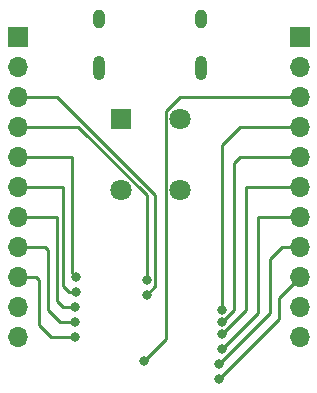
<source format=gbr>
%TF.GenerationSoftware,KiCad,Pcbnew,(6.0.7)*%
%TF.CreationDate,2022-09-27T17:11:20+08:00*%
%TF.ProjectId,51,35312e6b-6963-4616-945f-706362585858,rev?*%
%TF.SameCoordinates,Original*%
%TF.FileFunction,Copper,L2,Bot*%
%TF.FilePolarity,Positive*%
%FSLAX46Y46*%
G04 Gerber Fmt 4.6, Leading zero omitted, Abs format (unit mm)*
G04 Created by KiCad (PCBNEW (6.0.7)) date 2022-09-27 17:11:20*
%MOMM*%
%LPD*%
G01*
G04 APERTURE LIST*
%TA.AperFunction,ComponentPad*%
%ADD10O,1.000000X2.100000*%
%TD*%
%TA.AperFunction,ComponentPad*%
%ADD11O,1.000000X1.600000*%
%TD*%
%TA.AperFunction,ComponentPad*%
%ADD12R,1.800000X1.800000*%
%TD*%
%TA.AperFunction,ComponentPad*%
%ADD13C,1.800000*%
%TD*%
%TA.AperFunction,ComponentPad*%
%ADD14R,1.700000X1.700000*%
%TD*%
%TA.AperFunction,ComponentPad*%
%ADD15O,1.700000X1.700000*%
%TD*%
%TA.AperFunction,ViaPad*%
%ADD16C,0.800000*%
%TD*%
%TA.AperFunction,Conductor*%
%ADD17C,0.250000*%
%TD*%
G04 APERTURE END LIST*
D10*
%TO.P,J1,S1,SHIELD*%
%TO.N,GND*%
X91184000Y-38182000D03*
D11*
X91184000Y-34002000D03*
X99824000Y-34002000D03*
D10*
X99824000Y-38182000D03*
%TD*%
D12*
%TO.P,SW1,1,1*%
%TO.N,GND*%
X93081500Y-42543500D03*
D13*
%TO.P,SW1,2,2*%
%TO.N,GND1*%
X98081500Y-42543500D03*
%TO.P,SW1,3,3*%
%TO.N,+5V*%
X93081500Y-48543500D03*
%TO.P,SW1,4,4*%
%TO.N,VCC*%
X98081500Y-48543500D03*
%TD*%
D14*
%TO.P,J3,1,Pin_1*%
%TO.N,GND1*%
X108204000Y-35560000D03*
D15*
%TO.P,J3,2,Pin_2*%
%TO.N,VCC*%
X108204000Y-38100000D03*
%TO.P,J3,3,Pin_3*%
%TO.N,p5_5*%
X108204000Y-40640000D03*
%TO.P,J3,4,Pin_4*%
%TO.N,p3_7*%
X108204000Y-43180000D03*
%TO.P,J3,5,Pin_5*%
%TO.N,p3_6*%
X108204000Y-45720000D03*
%TO.P,J3,6,Pin_6*%
%TO.N,p3_3*%
X108204000Y-48260000D03*
%TO.P,J3,7,Pin_7*%
%TO.N,p3_2*%
X108204000Y-50800000D03*
%TO.P,J3,8,Pin_8*%
%TO.N,p3_1*%
X108204000Y-53340000D03*
%TO.P,J3,9,Pin_9*%
%TO.N,p3_0*%
X108204000Y-55880000D03*
%TO.P,J3,10,Pin_10*%
%TO.N,VCC*%
X108204000Y-58420000D03*
%TO.P,J3,11,Pin_11*%
%TO.N,GND1*%
X108204000Y-60960000D03*
%TD*%
D14*
%TO.P,J2,1,Pin_1*%
%TO.N,GND1*%
X84328000Y-35560000D03*
D15*
%TO.P,J2,2,Pin_2*%
%TO.N,VCC*%
X84328000Y-38100000D03*
%TO.P,J2,3,Pin_3*%
%TO.N,p1_0*%
X84328000Y-40640000D03*
%TO.P,J2,4,Pin_4*%
%TO.N,p1_1*%
X84328000Y-43180000D03*
%TO.P,J2,5,Pin_5*%
%TO.N,p1_2*%
X84328000Y-45720000D03*
%TO.P,J2,6,Pin_6*%
%TO.N,p1_3*%
X84328000Y-48260000D03*
%TO.P,J2,7,Pin_7*%
%TO.N,p1_4*%
X84328000Y-50800000D03*
%TO.P,J2,8,Pin_8*%
%TO.N,p1_5*%
X84328000Y-53340000D03*
%TO.P,J2,9,Pin_9*%
%TO.N,p5_4*%
X84328000Y-55880000D03*
%TO.P,J2,10,Pin_10*%
%TO.N,VCC*%
X84328000Y-58420000D03*
%TO.P,J2,11,Pin_11*%
%TO.N,GND1*%
X84328000Y-60960000D03*
%TD*%
D16*
%TO.N,p1_0*%
X95250000Y-57404000D03*
%TO.N,p1_1*%
X95250000Y-56134000D03*
%TO.N,p1_2*%
X89240500Y-55880000D03*
%TO.N,p1_3*%
X89240500Y-57150000D03*
%TO.N,p1_4*%
X89154000Y-58420000D03*
%TO.N,p1_5*%
X89154000Y-59690000D03*
%TO.N,p5_4*%
X89154000Y-60960000D03*
%TO.N,p5_5*%
X94996000Y-62992000D03*
%TO.N,p3_7*%
X101600000Y-58674000D03*
%TO.N,p3_6*%
X101600000Y-59690000D03*
%TO.N,p3_3*%
X101600000Y-60706000D03*
%TO.N,p3_2*%
X101600000Y-61976000D03*
%TO.N,p3_1*%
X101346000Y-63246000D03*
%TO.N,p3_0*%
X101346000Y-64516000D03*
%TD*%
D17*
%TO.N,p1_0*%
X95975000Y-56679000D02*
X95975000Y-48985000D01*
X95975000Y-48985000D02*
X87630000Y-40640000D01*
X87630000Y-40640000D02*
X84328000Y-40640000D01*
X95250000Y-57404000D02*
X95975000Y-56679000D01*
%TO.N,p1_1*%
X95250000Y-48979588D02*
X89450412Y-43180000D01*
X89450412Y-43180000D02*
X84328000Y-43180000D01*
X95250000Y-56134000D02*
X95250000Y-48979588D01*
%TO.N,p1_2*%
X88900000Y-45720000D02*
X84328000Y-45720000D01*
X89240500Y-55880000D02*
X88900000Y-55539500D01*
X88900000Y-55539500D02*
X88900000Y-45720000D01*
%TO.N,p1_3*%
X88646000Y-57150000D02*
X88138000Y-56642000D01*
X89240500Y-57150000D02*
X88646000Y-57150000D01*
X88138000Y-48260000D02*
X84328000Y-48260000D01*
X88138000Y-56642000D02*
X88138000Y-48260000D01*
%TO.N,p1_4*%
X89154000Y-58420000D02*
X88138000Y-58420000D01*
X87630000Y-57912000D02*
X87630000Y-50800000D01*
X88138000Y-58420000D02*
X87630000Y-57912000D01*
X87630000Y-50800000D02*
X84328000Y-50800000D01*
%TO.N,p1_5*%
X86868000Y-53594000D02*
X86614000Y-53340000D01*
X86868000Y-58674000D02*
X86868000Y-53594000D01*
X89154000Y-59690000D02*
X87884000Y-59690000D01*
X87884000Y-59690000D02*
X86868000Y-58674000D01*
X86614000Y-53340000D02*
X84328000Y-53340000D01*
%TO.N,p5_4*%
X86106000Y-59944000D02*
X86106000Y-56134000D01*
X85852000Y-55880000D02*
X84328000Y-55880000D01*
X87122000Y-60960000D02*
X86106000Y-59944000D01*
X86106000Y-56134000D02*
X85852000Y-55880000D01*
X89154000Y-60960000D02*
X87122000Y-60960000D01*
%TO.N,p5_5*%
X96856500Y-61131500D02*
X96856500Y-41827500D01*
X94996000Y-62992000D02*
X96856500Y-61131500D01*
X98044000Y-40640000D02*
X108204000Y-40640000D01*
X96856500Y-41827500D02*
X98044000Y-40640000D01*
%TO.N,p3_7*%
X103124000Y-43180000D02*
X108204000Y-43180000D01*
X101600000Y-44704000D02*
X103124000Y-43180000D01*
X101600000Y-58674000D02*
X101600000Y-44704000D01*
%TO.N,p3_6*%
X101600000Y-59690000D02*
X101609305Y-59690000D01*
X102616000Y-46228000D02*
X103124000Y-45720000D01*
X101609305Y-59690000D02*
X102616000Y-58683305D01*
X103124000Y-45720000D02*
X108204000Y-45720000D01*
X102616000Y-58683305D02*
X102616000Y-46228000D01*
%TO.N,p3_3*%
X101609305Y-60706000D02*
X103632000Y-58683305D01*
X103632000Y-48260000D02*
X108204000Y-48260000D01*
X101600000Y-60706000D02*
X101609305Y-60706000D01*
X103632000Y-58683305D02*
X103632000Y-48260000D01*
%TO.N,p3_2*%
X101600000Y-61976000D02*
X104648000Y-58928000D01*
X104648000Y-50800000D02*
X108204000Y-50800000D01*
X104648000Y-58928000D02*
X104648000Y-50800000D01*
%TO.N,p3_1*%
X106680000Y-53340000D02*
X108204000Y-53340000D01*
X105664000Y-54356000D02*
X106680000Y-53340000D01*
X101355305Y-63246000D02*
X105664000Y-58937305D01*
X101346000Y-63246000D02*
X101355305Y-63246000D01*
X105664000Y-58937305D02*
X105664000Y-54356000D01*
%TO.N,p3_0*%
X101346000Y-64516000D02*
X106426000Y-59436000D01*
X106426000Y-59436000D02*
X106426000Y-57658000D01*
X106426000Y-57658000D02*
X108204000Y-55880000D01*
%TD*%
M02*

</source>
